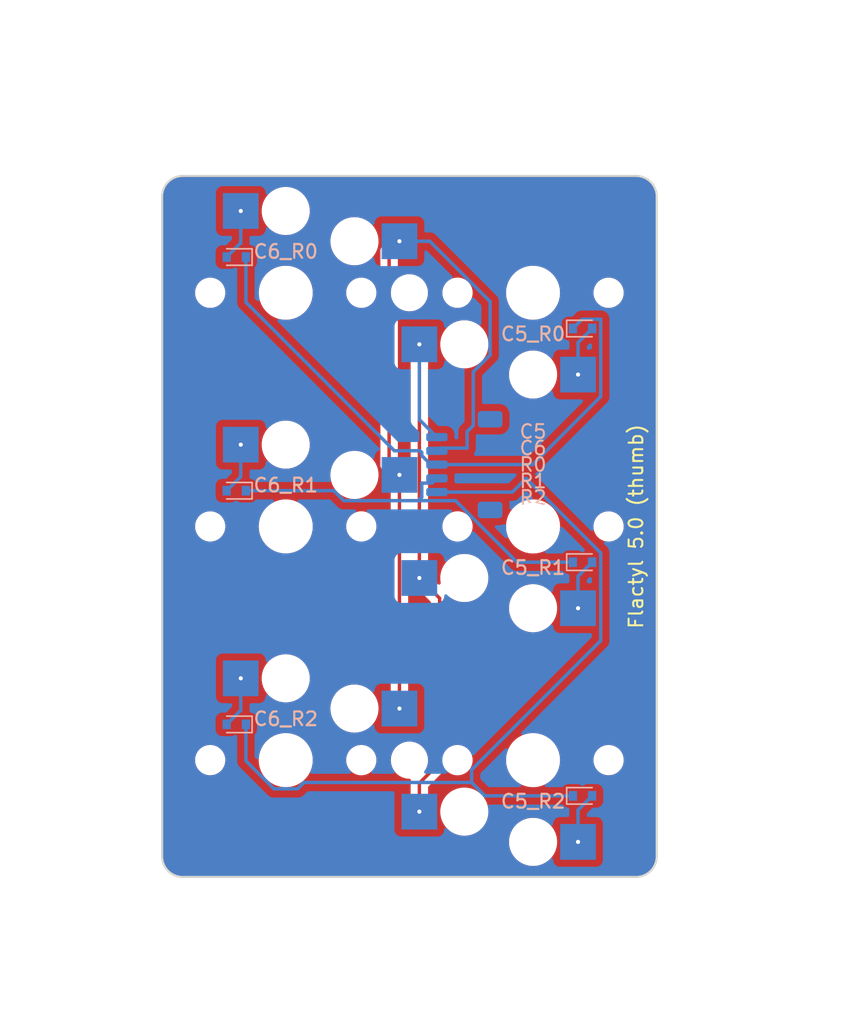
<source format=kicad_pcb>
(kicad_pcb (version 20171130) (host pcbnew 5.1.6)
  (title_block (title thumb) (rev v1.0.0) (company Unknown))
  (layers (0 F.Cu signal) (31 B.Cu signal) (34 B.Paste user) (35 F.Paste user) (36 B.SilkS user) (37 F.SilkS user) (38 B.Mask user) (39 F.Mask user) (44 Edge.Cuts user))
  (net 0 "")
  (net 1 "C5")
  (net 2 "C6")
  (net 3 "R0")
  (net 4 "R1")
  (net 5 "R2")
  (net 6 "Flactyl 5.0 (thumb)")
  (net 7 "x")
  (net 8 "y")
  (net 9 "C5_R0D")
  (net 10 "C5_R0")
  (net 11 "C5_R1D")
  (net 12 "C5_R1")
  (net 13 "C5_R2D")
  (net 14 "C5_R2")
  (net 15 "C6_R0D")
  (net 16 "C6_R0")
  (net 17 "C6_R1D")
  (net 18 "C6_R1")
  (net 19 "C6_R2D")
  (net 20 "C6_R2")
  (footprint "JST_SH_SM05B-SRSS-TB_1x05-1MP_P1.00mm_Horizontal" (layer "B.Cu") (at 13 -21.5 270)
    (fp_text reference "JC1" hide)
    (fp_text user "R2" (at 2.4 -5 360 unlocked) (layer "B.SilkS"))
    (fp_text user "R1" (at 1.2 -5 360 unlocked) (layer "B.SilkS"))
    (fp_text user "R0" (at 0 -5 360 unlocked) (layer "B.SilkS"))
    (fp_text user "C6" (at -1.2 -5 360 unlocked) (layer "B.SilkS"))
    (fp_text user "C5" (at -2.4 -5 360 unlocked) (layer "B.SilkS"))
    (pad "5" smd roundrect (at 2 2 270) (size 0.6 1.55) (layers "B.Cu" "B.Paste" "B.Mask") (net 5 "R2"))
    (pad "4" smd roundrect (at 1 2 270) (size 0.6 1.55) (layers "B.Cu" "B.Paste" "B.Mask") (net 4 "R1"))
    (pad "3" smd roundrect (at 0 2 270) (size 0.6 1.55) (layers "B.Cu" "B.Paste" "B.Mask") (net 3 "R0"))
    (pad "2" smd roundrect (at -1 2 270) (size 0.6 1.55) (layers "B.Cu" "B.Paste" "B.Mask") (net 2 "C6"))
    (pad "1" smd roundrect (at -2 2 270) (size 0.6 1.55) (layers "B.Cu" "B.Paste" "B.Mask") (net 1 "C5"))
    (pad "MP" smd roundrect (at -3.3 -1.875 270) (size 1.2 1.8) (layers "B.Cu" "B.Paste" "B.Mask") (roundrect_rratio 0.208333))
    (pad "MP" smd roundrect (at 3.3 -1.875 270) (size 1.2 1.8) (layers "B.Cu" "B.Paste" "B.Mask") (roundrect_rratio 0.208333))
  )
  (footprint "somelogo" (layer "F.SilkS") (at 25.5 -17 270)
    (fp_text reference "T1" hide)
    (fp_text value "Flactyl 5.0 (thumb)" (at 0 0 270) (layer "F.SilkS"))
  )
  (footprint "somelogo" (layer "F.SilkS") (at 38 -34 0)
    (fp_text reference "T2" hide)
    (fp_text value "x")
  )
  (footprint "somelogo" (layer "F.SilkS") (at 18 -54 0)
    (fp_text reference "T3" hide)
    (fp_text value "y")
  )
  (footprint "MountingHole_2.2mm_M2" (layer "F.Cu") (at 9 -34 0)
    (fp_text reference "H1" hide hide)
    (pad "" np_thru_hole circle (at 0 0) (size 2.2 2.2) (drill 2.2) (layers *.Cu *.Mask))
  )
  (footprint "MountingHole_2.2mm_M2" (layer "F.Cu") (at 9 0 0)
    (fp_text reference "H2" hide hide)
    (pad "" np_thru_hole circle (at 0 0) (size 2.2 2.2) (drill 2.2) (layers *.Cu *.Mask))
  )
  (footprint "Kailh_socket_PG1350_no_silk" (layer "B.Cu") (at 18 -34 0)
    (fp_text reference "S1" hide)
    (fp_text user C5_R0 (at -0 3 0) (layer F.SilkS))
    (fp_text user C5_R0 (at -0 3 0) (layer B.SilkS))
    (pad "" np_thru_hole circle (at 0 0) (size 3.429 3.429) (drill 3.429) (layers *.Cu *.Mask))
    (pad "" np_thru_hole circle (at 5.5 0) (size 1.7018 1.7018) (drill 1.7018) (layers *.Cu *.Mask))
    (pad "" np_thru_hole circle (at -5.5 0) (size 1.7018 1.7018) (drill 1.7018) (layers *.Cu *.Mask))
    (pad "" np_thru_hole circle (at -5 3.75) (size 3 3) (drill 3) (layers *.Cu *.Mask))
    (pad "" np_thru_hole circle (at 0 5.95) (size 3 3) (drill 3) (layers *.Cu *.Mask))
    (pad "1" smd rect (at 3.275 5.95) (size 2.6 2.6) (layers "B.Cu" "B.Paste" "B.Mask") (net 9 "C5_R0D"))
    (pad "2" smd rect (at -8.275 3.75) (size 2.6 2.6) (layers "B.Cu" "B.Paste" "B.Mask") (net 1 "C5"))
    (pad "3" thru_hole circle (at 3.275 5.95) (size 0.6 0.6) (drill 0.3) (layers *.Cu) (net 9 "C5_R0D"))
    (pad "4" thru_hole circle (at -8.275 3.75) (size 0.6 0.6) (drill 0.3) (layers *.Cu) (net 1 "C5"))
  )
  (footprint "D_SOD-523" (layer "B.Cu") (at 21.6 -31.4 0)
    (fp_text reference "D1" hide)
    (fp_text value "D_SOD-523")
    (fp_line (start 0.7 0.6) (end -1.15 0.6) (layer "B.SilkS") (width 0.12))
    (fp_line (start 0.7 -0.6) (end -1.15 -0.6) (layer "B.SilkS") (width 0.12))
    (fp_line (start -1.15 -0.6) (end -1.15 0.6) (layer "B.SilkS") (width 0.12))
    (pad "1" smd rect (at -0.7 0 0) (size 0.6 0.7) (layers "B.Cu" "B.Paste" "B.Mask") (net 3 "R0"))
    (pad "2" smd rect (at 0.7 0 0) (size 0.6 0.7) (layers "B.Cu" "B.Paste" "B.Mask") (net 9 "C5_R0D"))
  )
  (footprint "Kailh_socket_PG1350_no_silk" (layer "B.Cu") (at 18 -17 0)
    (fp_text reference "S2" hide)
    (fp_text user C5_R1 (at -0 3 0) (layer F.SilkS))
    (fp_text user C5_R1 (at -0 3 0) (layer B.SilkS))
    (pad "" np_thru_hole circle (at 0 0) (size 3.429 3.429) (drill 3.429) (layers *.Cu *.Mask))
    (pad "" np_thru_hole circle (at 5.5 0) (size 1.7018 1.7018) (drill 1.7018) (layers *.Cu *.Mask))
    (pad "" np_thru_hole circle (at -5.5 0) (size 1.7018 1.7018) (drill 1.7018) (layers *.Cu *.Mask))
    (pad "" np_thru_hole circle (at -5 3.75) (size 3 3) (drill 3) (layers *.Cu *.Mask))
    (pad "" np_thru_hole circle (at 0 5.95) (size 3 3) (drill 3) (layers *.Cu *.Mask))
    (pad "1" smd rect (at 3.275 5.95) (size 2.6 2.6) (layers "B.Cu" "B.Paste" "B.Mask") (net 11 "C5_R1D"))
    (pad "2" smd rect (at -8.275 3.75) (size 2.6 2.6) (layers "B.Cu" "B.Paste" "B.Mask") (net 1 "C5"))
    (pad "3" thru_hole circle (at 3.275 5.95) (size 0.6 0.6) (drill 0.3) (layers *.Cu) (net 11 "C5_R1D"))
    (pad "4" thru_hole circle (at -8.275 3.75) (size 0.6 0.6) (drill 0.3) (layers *.Cu) (net 1 "C5"))
  )
  (footprint "D_SOD-523" (layer "B.Cu") (at 21.6 -14.4 0)
    (fp_text reference "D2" hide)
    (fp_text value "D_SOD-523")
    (fp_line (start 0.7 0.6) (end -1.15 0.6) (layer "B.SilkS") (width 0.12))
    (fp_line (start 0.7 -0.6) (end -1.15 -0.6) (layer "B.SilkS") (width 0.12))
    (fp_line (start -1.15 -0.6) (end -1.15 0.6) (layer "B.SilkS") (width 0.12))
    (pad "1" smd rect (at -0.7 0 0) (size 0.6 0.7) (layers "B.Cu" "B.Paste" "B.Mask") (net 4 "R1"))
    (pad "2" smd rect (at 0.7 0 0) (size 0.6 0.7) (layers "B.Cu" "B.Paste" "B.Mask") (net 11 "C5_R1D"))
  )
  (footprint "Kailh_socket_PG1350_no_silk" (layer "B.Cu") (at 18 0 0)
    (fp_text reference "S3" hide)
    (fp_text user C5_R2 (at -0 3 0) (layer F.SilkS))
    (fp_text user C5_R2 (at -0 3 0) (layer B.SilkS))
    (pad "" np_thru_hole circle (at 0 0) (size 3.429 3.429) (drill 3.429) (layers *.Cu *.Mask))
    (pad "" np_thru_hole circle (at 5.5 0) (size 1.7018 1.7018) (drill 1.7018) (layers *.Cu *.Mask))
    (pad "" np_thru_hole circle (at -5.5 0) (size 1.7018 1.7018) (drill 1.7018) (layers *.Cu *.Mask))
    (pad "" np_thru_hole circle (at -5 3.75) (size 3 3) (drill 3) (layers *.Cu *.Mask))
    (pad "" np_thru_hole circle (at 0 5.95) (size 3 3) (drill 3) (layers *.Cu *.Mask))
    (pad "1" smd rect (at 3.275 5.95) (size 2.6 2.6) (layers "B.Cu" "B.Paste" "B.Mask") (net 13 "C5_R2D"))
    (pad "2" smd rect (at -8.275 3.75) (size 2.6 2.6) (layers "B.Cu" "B.Paste" "B.Mask") (net 1 "C5"))
    (pad "3" thru_hole circle (at 3.275 5.95) (size 0.6 0.6) (drill 0.3) (layers *.Cu) (net 13 "C5_R2D"))
    (pad "4" thru_hole circle (at -8.275 3.75) (size 0.6 0.6) (drill 0.3) (layers *.Cu) (net 1 "C5"))
  )
  (footprint "D_SOD-523" (layer "B.Cu") (at 21.6 2.6 0)
    (fp_text reference "D3" hide)
    (fp_text value "D_SOD-523")
    (fp_line (start 0.7 0.6) (end -1.15 0.6) (layer "B.SilkS") (width 0.12))
    (fp_line (start 0.7 -0.6) (end -1.15 -0.6) (layer "B.SilkS") (width 0.12))
    (fp_line (start -1.15 -0.6) (end -1.15 0.6) (layer "B.SilkS") (width 0.12))
    (pad "1" smd rect (at -0.7 0 0) (size 0.6 0.7) (layers "B.Cu" "B.Paste" "B.Mask") (net 5 "R2"))
    (pad "2" smd rect (at 0.7 0 0) (size 0.6 0.7) (layers "B.Cu" "B.Paste" "B.Mask") (net 13 "C5_R2D"))
  )
  (footprint "Kailh_socket_PG1350_no_silk" (layer "B.Cu") (at 0 -34 180)
    (fp_text reference "S4" hide)
    (fp_text user C6_R0 (at -0 3 180) (layer F.SilkS))
    (fp_text user C6_R0 (at -0 3 180) (layer B.SilkS))
    (pad "" np_thru_hole circle (at 0 0) (size 3.429 3.429) (drill 3.429) (layers *.Cu *.Mask))
    (pad "" np_thru_hole circle (at 5.5 0) (size 1.7018 1.7018) (drill 1.7018) (layers *.Cu *.Mask))
    (pad "" np_thru_hole circle (at -5.5 0) (size 1.7018 1.7018) (drill 1.7018) (layers *.Cu *.Mask))
    (pad "" np_thru_hole circle (at -5 3.75) (size 3 3) (drill 3) (layers *.Cu *.Mask))
    (pad "" np_thru_hole circle (at 0 5.95) (size 3 3) (drill 3) (layers *.Cu *.Mask))
    (pad "1" smd rect (at 3.275 5.95) (size 2.6 2.6) (layers "B.Cu" "B.Paste" "B.Mask") (net 15 "C6_R0D"))
    (pad "2" smd rect (at -8.275 3.75) (size 2.6 2.6) (layers "B.Cu" "B.Paste" "B.Mask") (net 2 "C6"))
    (pad "3" thru_hole circle (at 3.275 5.95) (size 0.6 0.6) (drill 0.3) (layers *.Cu) (net 15 "C6_R0D"))
    (pad "4" thru_hole circle (at -8.275 3.75) (size 0.6 0.6) (drill 0.3) (layers *.Cu) (net 2 "C6"))
  )
  (footprint "D_SOD-523" (layer "B.Cu") (at -3.6 -36.6 180)
    (fp_text reference "D4" hide)
    (fp_text value "D_SOD-523")
    (fp_line (start 0.7 0.6) (end -1.15 0.6) (layer "B.SilkS") (width 0.12))
    (fp_line (start 0.7 -0.6) (end -1.15 -0.6) (layer "B.SilkS") (width 0.12))
    (fp_line (start -1.15 -0.6) (end -1.15 0.6) (layer "B.SilkS") (width 0.12))
    (pad "1" smd rect (at -0.7 0 180) (size 0.6 0.7) (layers "B.Cu" "B.Paste" "B.Mask") (net 3 "R0"))
    (pad "2" smd rect (at 0.7 0 180) (size 0.6 0.7) (layers "B.Cu" "B.Paste" "B.Mask") (net 15 "C6_R0D"))
  )
  (footprint "Kailh_socket_PG1350_no_silk" (layer "B.Cu") (at 0 -17 180)
    (fp_text reference "S5" hide)
    (fp_text user C6_R1 (at -0 3 180) (layer F.SilkS))
    (fp_text user C6_R1 (at -0 3 180) (layer B.SilkS))
    (pad "" np_thru_hole circle (at 0 0) (size 3.429 3.429) (drill 3.429) (layers *.Cu *.Mask))
    (pad "" np_thru_hole circle (at 5.5 0) (size 1.7018 1.7018) (drill 1.7018) (layers *.Cu *.Mask))
    (pad "" np_thru_hole circle (at -5.5 0) (size 1.7018 1.7018) (drill 1.7018) (layers *.Cu *.Mask))
    (pad "" np_thru_hole circle (at -5 3.75) (size 3 3) (drill 3) (layers *.Cu *.Mask))
    (pad "" np_thru_hole circle (at 0 5.95) (size 3 3) (drill 3) (layers *.Cu *.Mask))
    (pad "1" smd rect (at 3.275 5.95) (size 2.6 2.6) (layers "B.Cu" "B.Paste" "B.Mask") (net 17 "C6_R1D"))
    (pad "2" smd rect (at -8.275 3.75) (size 2.6 2.6) (layers "B.Cu" "B.Paste" "B.Mask") (net 2 "C6"))
    (pad "3" thru_hole circle (at 3.275 5.95) (size 0.6 0.6) (drill 0.3) (layers *.Cu) (net 17 "C6_R1D"))
    (pad "4" thru_hole circle (at -8.275 3.75) (size 0.6 0.6) (drill 0.3) (layers *.Cu) (net 2 "C6"))
  )
  (footprint "D_SOD-523" (layer "B.Cu") (at -3.6 -19.6 180)
    (fp_text reference "D5" hide)
    (fp_text value "D_SOD-523")
    (fp_line (start 0.7 0.6) (end -1.15 0.6) (layer "B.SilkS") (width 0.12))
    (fp_line (start 0.7 -0.6) (end -1.15 -0.6) (layer "B.SilkS") (width 0.12))
    (fp_line (start -1.15 -0.6) (end -1.15 0.6) (layer "B.SilkS") (width 0.12))
    (pad "1" smd rect (at -0.7 0 180) (size 0.6 0.7) (layers "B.Cu" "B.Paste" "B.Mask") (net 4 "R1"))
    (pad "2" smd rect (at 0.7 0 180) (size 0.6 0.7) (layers "B.Cu" "B.Paste" "B.Mask") (net 17 "C6_R1D"))
  )
  (footprint "Kailh_socket_PG1350_no_silk" (layer "B.Cu") (at 0 0 180)
    (fp_text reference "S6" hide)
    (fp_text user C6_R2 (at -0 3 180) (layer F.SilkS))
    (fp_text user C6_R2 (at -0 3 180) (layer B.SilkS))
    (pad "" np_thru_hole circle (at 0 0) (size 3.429 3.429) (drill 3.429) (layers *.Cu *.Mask))
    (pad "" np_thru_hole circle (at 5.5 0) (size 1.7018 1.7018) (drill 1.7018) (layers *.Cu *.Mask))
    (pad "" np_thru_hole circle (at -5.5 0) (size 1.7018 1.7018) (drill 1.7018) (layers *.Cu *.Mask))
    (pad "" np_thru_hole circle (at -5 3.75) (size 3 3) (drill 3) (layers *.Cu *.Mask))
    (pad "" np_thru_hole circle (at 0 5.95) (size 3 3) (drill 3) (layers *.Cu *.Mask))
    (pad "1" smd rect (at 3.275 5.95) (size 2.6 2.6) (layers "B.Cu" "B.Paste" "B.Mask") (net 19 "C6_R2D"))
    (pad "2" smd rect (at -8.275 3.75) (size 2.6 2.6) (layers "B.Cu" "B.Paste" "B.Mask") (net 2 "C6"))
    (pad "3" thru_hole circle (at 3.275 5.95) (size 0.6 0.6) (drill 0.3) (layers *.Cu) (net 19 "C6_R2D"))
    (pad "4" thru_hole circle (at -8.275 3.75) (size 0.6 0.6) (drill 0.3) (layers *.Cu) (net 2 "C6"))
  )
  (footprint "D_SOD-523" (layer "B.Cu") (at -3.6 -2.6 180)
    (fp_text reference "D6" hide)
    (fp_text value "D_SOD-523")
    (fp_line (start 0.7 0.6) (end -1.15 0.6) (layer "B.SilkS") (width 0.12))
    (fp_line (start 0.7 -0.6) (end -1.15 -0.6) (layer "B.SilkS") (width 0.12))
    (fp_line (start -1.15 -0.6) (end -1.15 0.6) (layer "B.SilkS") (width 0.12))
    (pad "1" smd rect (at -0.7 0 180) (size 0.6 0.7) (layers "B.Cu" "B.Paste" "B.Mask") (net 5 "R2"))
    (pad "2" smd rect (at 0.7 0 180) (size 0.6 0.7) (layers "B.Cu" "B.Paste" "B.Mask") (net 19 "C6_R2D"))
  )
  (gr_line (start -7.5 8.5) (end 25.5 8.5) (angle 90) (layer Edge.Cuts) (width 0.15))
  (gr_line (start -9 7) (end -9 -41) (angle 90) (layer Edge.Cuts) (width 0.15))
  (gr_line (start -7.5 -42.5) (end 25.5 -42.5) (angle 90) (layer Edge.Cuts) (width 0.15))
  (gr_line (start 27 7) (end 27 -41) (angle 90) (layer Edge.Cuts) (width 0.15))
  (gr_arc (start 25.5 7) (end 25.5 8.5) (angle -90) (layer Edge.Cuts) (width 0.15))
  (gr_arc (start 25.5 -41) (end 27 -41) (angle -90) (layer Edge.Cuts) (width 0.15))
  (gr_arc (start -7.5 -41) (end -7.5 -42.5) (angle -90) (layer Edge.Cuts) (width 0.15))
  (gr_arc (start -7.5 7) (end -9 7) (angle -90) (layer Edge.Cuts) (width 0.15))
  (segment (start 11.2 0.2) (end 11.2 -11.775) (width 0.25) (layer "F.Cu") (net 1))
  (segment (start 9.725 1.675) (end 11.2 0.2) (width 0.25) (layer "F.Cu") (net 1))
  (segment (start 11.2 -11.775) (end 9.725 -13.25) (width 0.25) (layer "F.Cu") (net 1))
  (segment (start 9.725 -13.25) (end 9.725 -30.25) (width 0.25) (layer "F.Cu") (net 1))
  (segment (start 9.725 3.75) (end 9.725 1.675) (width 0.25) (layer "F.Cu") (net 1))
  (segment (start 9.725 -24.775) (end 11 -23.5) (width 0.25) (layer "B.Cu") (net 1))
  (segment (start 9.725 -30.25) (end 9.725 -24.775) (width 0.25) (layer "B.Cu") (net 1))
  (segment (start 7.525 -21.5) (end 8.275 -20.75) (width 0.25) (layer "F.Cu") (net 2))
  (segment (start 8.275 -20.75) (end 8.275 -3.75) (width 0.25) (layer "F.Cu") (net 2))
  (segment (start 8.275 -37.75) (end 7.525 -37) (width 0.25) (layer "F.Cu") (net 2))
  (segment (start 7.525 -37) (end 7.525 -21.5) (width 0.25) (layer "F.Cu") (net 2))
  (segment (start 13.65 -24.35) (end 13.2 -23.9) (width 0.25) (layer "B.Cu") (net 2))
  (segment (start 8.275 -37.75) (end 10.483684 -37.75) (width 0.25) (layer "B.Cu") (net 2))
  (segment (start 10.483684 -37.75) (end 14.875 -33.358684) (width 0.25) (layer "B.Cu") (net 2))
  (segment (start 11.2 -22.7) (end 11 -22.5) (width 0.25) (layer "B.Cu") (net 2))
  (segment (start 14.875 -29.47335) (end 13.65 -28.24835) (width 0.25) (layer "B.Cu") (net 2))
  (segment (start 13.2 -22.7) (end 11.2 -22.7) (width 0.25) (layer "B.Cu") (net 2))
  (segment (start 13.65 -28.24835) (end 13.65 -24.35) (width 0.25) (layer "B.Cu") (net 2))
  (segment (start 13.2 -23.9) (end 13.2 -22.7) (width 0.25) (layer "B.Cu") (net 2))
  (segment (start 14.875 -33.358684) (end 14.875 -29.47335) (width 0.25) (layer "B.Cu") (net 2))
  (segment (start 7.907017 -22.507017) (end 9.767983 -22.507017) (width 0.25) (layer "B.Cu") (net 3))
  (segment (start -2.9 -33.314035) (end 7.907017 -22.507017) (width 0.25) (layer "B.Cu") (net 3))
  (segment (start 17.975 -21.5) (end 22.925 -26.45) (width 0.25) (layer "B.Cu") (net 3))
  (segment (start 9.767983 -22.507017) (end 9.9 -22.375) (width 0.25) (layer "B.Cu") (net 3))
  (segment (start 11 -21.5) (end 17.975 -21.5) (width 0.25) (layer "B.Cu") (net 3))
  (segment (start 21.575 -32.075) (end 20.9 -31.4) (width 0.25) (layer "B.Cu") (net 3))
  (segment (start 9.9 -22.375) (end 9.9 -22.153249) (width 0.25) (layer "B.Cu") (net 3))
  (segment (start 9.9 -22.153249) (end 10.553249 -21.5) (width 0.25) (layer "B.Cu") (net 3))
  (segment (start 10.553249 -21.5) (end 11 -21.5) (width 0.25) (layer "B.Cu") (net 3))
  (segment (start 22.925 -32.075) (end 21.575 -32.075) (width 0.25) (layer "B.Cu") (net 3))
  (segment (start 22.925 -26.45) (end 22.925 -32.075) (width 0.25) (layer "B.Cu") (net 3))
  (segment (start -2.9 -36.6) (end -2.9 -33.314035) (width 0.25) (layer "B.Cu") (net 3))
  (segment (start 4.22335 -18.875) (end 9.65 -18.875) (width 0.25) (layer "B.Cu") (net 4))
  (segment (start 9.65 -18.875) (end 9.9 -19.125) (width 0.25) (layer "B.Cu") (net 4))
  (segment (start 12.358684 -18.875) (end 9.65 -18.875) (width 0.25) (layer "B.Cu") (net 4))
  (segment (start 3.49835 -19.6) (end 4.22335 -18.875) (width 0.25) (layer "B.Cu") (net 4))
  (segment (start 11 -20.5) (end 10.653249 -20.153249) (width 0.25) (layer "B.Cu") (net 4))
  (segment (start 10.653249 -20.153249) (end 9.9 -20.153249) (width 0.25) (layer "B.Cu") (net 4))
  (segment (start 9.9 -19.125) (end 9.9 -20.153249) (width 0.25) (layer "B.Cu") (net 4))
  (segment (start 20.9 -14.4) (end 16.833684 -14.4) (width 0.25) (layer "B.Cu") (net 4))
  (segment (start 16.833684 -14.4) (end 12.358684 -18.875) (width 0.25) (layer "B.Cu") (net 4))
  (segment (start -2.9 -19.6) (end 3.49835 -19.6) (width 0.25) (layer "B.Cu") (net 4))
  (segment (start 22.925 -8.691316) (end 13.529149 0.704535) (width 0.25) (layer "B.Cu") (net 5))
  (segment (start 13.529149 0.704535) (end 13.529149 1.627499) (width 0.25) (layer "B.Cu") (net 5))
  (segment (start 0.865499 2.0895) (end -0.865499 2.0895) (width 0.25) (layer "B.Cu") (net 5))
  (segment (start 13.529149 1.627499) (end 1.327499 1.627499) (width 0.25) (layer "B.Cu") (net 5))
  (segment (start 1.327499 1.627499) (end 0.865499 2.0895) (width 0.25) (layer "B.Cu") (net 5))
  (segment (start 14.50165 2.6) (end 13.529149 1.627499) (width 0.25) (layer "B.Cu") (net 5))
  (segment (start -2.9 0.054999) (end -2.9 -2.6) (width 0.25) (layer "B.Cu") (net 5))
  (segment (start 16.5 -19.5) (end 11 -19.5) (width 0.25) (layer "B.Cu") (net 5))
  (segment (start 17.5 -20.5) (end 22.925 -15.075) (width 0.25) (layer "B.Cu") (net 5))
  (segment (start 22.925 -15.075) (end 22.925 -8.691316) (width 0.25) (layer "B.Cu") (net 5))
  (segment (start -0.865499 2.0895) (end -2.9 0.054999) (width 0.25) (layer "B.Cu") (net 5))
  (segment (start 17.5 -20.5) (end 16.5 -19.5) (width 0.25) (layer "B.Cu") (net 5))
  (segment (start 20.9 2.6) (end 14.50165 2.6) (width 0.25) (layer "B.Cu") (net 5))
  (segment (start 21.275 -30.375) (end 22.3 -31.4) (width 0.25) (layer "B.Cu") (net 6))
  (segment (start 21.275 -28.05) (end 21.275 -30.375) (width 0.25) (layer "B.Cu") (net 6))
  (segment (start 21.275 -11.05) (end 21.275 -13.375) (width 0.25) (layer "B.Cu") (net 7))
  (segment (start 21.275 -13.375) (end 22.3 -14.4) (width 0.25) (layer "B.Cu") (net 7))
  (segment (start 21.275 3.625) (end 22.3 2.6) (width 0.25) (layer "B.Cu") (net 8))
  (segment (start 21.275 5.95) (end 21.275 3.625) (width 0.25) (layer "B.Cu") (net 8))
  (segment (start -3.275 -37.625) (end -4.3 -36.6) (width 0.25) (layer "B.Cu") (net 9))
  (segment (start -3.275 -39.95) (end -3.275 -37.625) (width 0.25) (layer "B.Cu") (net 9))
  (segment (start -3.275 -20.625) (end -4.3 -19.6) (width 0.25) (layer "B.Cu") (net 10))
  (segment (start -3.275 -22.95) (end -3.275 -20.625) (width 0.25) (layer "B.Cu") (net 10))
  (segment (start -3.275 -3.625) (end -4.3 -2.6) (width 0.25) (layer "B.Cu") (net 11))
  (segment (start -3.275 -5.95) (end -3.275 -3.625) (width 0.25) (layer "B.Cu") (net 11))
  (zone (net 0) (net_name "") (layers "F&B.Cu") (connect_pads (clearance 0.508)) (min_thickness 0.25) (fill yes (thermal_gap 0.5) (thermal_bridge_width 0.5) (island_removal_mode 1) (island_area_min 10))
    (polygon (pts (xy -20.8 -55.3) (xy -20.2 19.2) (xy 42.1 18.2) (xy 40.4 -53.8)))
  )
)
</source>
